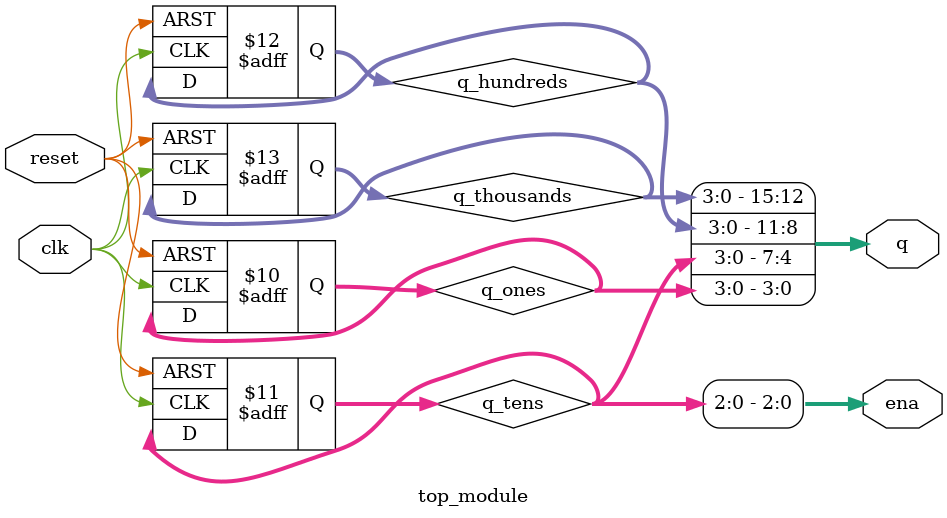
<source format=sv>
module top_module(
	input clk,
	input reset,
	output [3:1] ena,
	output reg [15:0] q);

	// Define internal signals
	reg [3:0] q_ones;
	reg [3:0] q_tens;
	reg [3:0] q_hundreds;
	reg [3:0] q_thousands;

	// Assign outputs
	assign q = {q_thousands, q_hundreds, q_tens, q_ones};
	assign ena = {reset, q_thousands, q_hundreds, q_tens}; // Enable signals for upper three digits

	// Counter logic
	always @(posedge clk or posedge reset) begin
		if (reset) begin
			q_ones <= 4'b0000;
			q_tens <= 4'b0000;
			q_hundreds <= 4'b0000;
			q_thousands <= 4'b0000;
		end
		else begin
			if (ena[0]) begin
				if (q_ones == 4'b1001) begin
					q_ones <= 4'b0000;
					if (ena[1]) begin
						if (q_tens == 4'b1001) begin
							q_tens <= 4'b0000;
							if (ena[2]) begin
								if (q_hundreds == 4'b1001) begin
									q_hundreds <= 4'b0000;
									if (q_thousands != 4'b1001)
										q_thousands <= q_thousands + 4'b0001;
								end
								else
									q_hundreds <= q_hundreds + 4'b0001;
							end
						end
						else
							q_tens <= q_tens + 4'b0001;
					end
				end
				else
					q_ones <= q_ones + 4'b0001;
			end
		end
	end
	
endmodule

</source>
